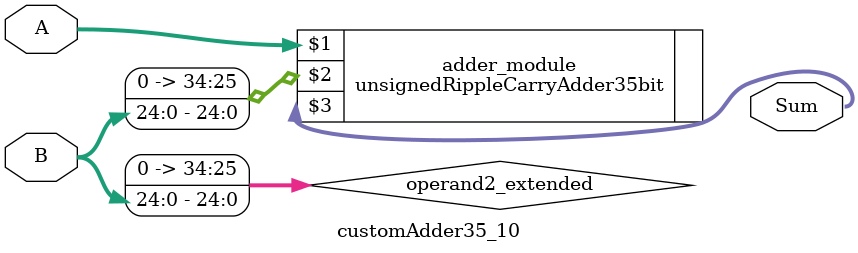
<source format=v>
module customAdder35_10(
                        input [34 : 0] A,
                        input [24 : 0] B,
                        
                        output [35 : 0] Sum
                );

        wire [34 : 0] operand2_extended;
        
        assign operand2_extended =  {10'b0, B};
        
        unsignedRippleCarryAdder35bit adder_module(
            A,
            operand2_extended,
            Sum
        );
        
        endmodule
        
</source>
